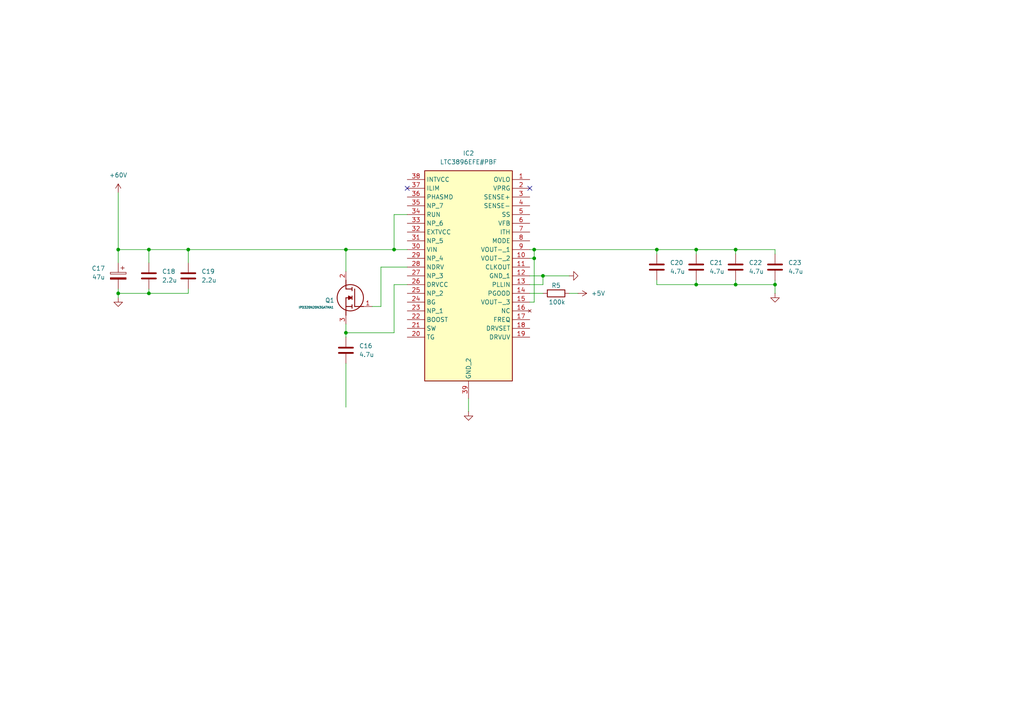
<source format=kicad_sch>
(kicad_sch (version 20231120) (generator "eeschema") (generator_version "8.0")
  (paper "A4")
  (lib_symbols
    (symbol "Device:C" (pin_numbers hide) (pin_names (offset 0.254))
      (property "Reference" "C" (at 0.635 2.54 0))
      (property "Value" "C" (at 0.635 -2.54 0))
      (symbol "C_0_1"
        (polyline (pts (xy -2.032 -0.762) (xy 2.032 -0.762)) (stroke (width 0.508)))
        (polyline (pts (xy -2.032 0.762) (xy 2.032 0.762)) (stroke (width 0.508)))
      )
      (symbol "C_1_1"
        (pin passive line (at 0 3.81 270) (length 2.794) (name "~") (number "1"))
        (pin passive line (at 0 -3.81 90) (length 2.794) (name "~") (number "2"))
      )
    )
    (symbol "Device:C_Polarized" (pin_numbers hide) (pin_names (offset 0.254))
      (property "Reference" "C" (at 0.635 2.54 0))
      (property "Value" "C_Polarized" (at 0.635 -2.54 0))
      (symbol "C_Polarized_0_1"
        (rectangle (start -2.286 0.508) (end 2.286 1.016))
        (polyline (pts (xy -1.778 2.286) (xy -0.762 2.286)))
        (polyline (pts (xy -1.27 2.794) (xy -1.27 1.778)))
        (rectangle (start 2.286 -0.508) (end -2.286 -1.016) (fill (type outline)))
      )
      (symbol "C_Polarized_1_1"
        (pin passive line (at 0 3.81 270) (length 2.794) (name "~") (number "1"))
        (pin passive line (at 0 -3.81 90) (length 2.794) (name "~") (number "2"))
      )
    )
    (symbol "Device:R" (pin_numbers hide) (pin_names (offset 0))
      (property "Reference" "R" (at 2.032 0 90))
      (property "Value" "R" (at 0 0 90))
      (symbol "R_0_1"
        (rectangle (start -1.016 -2.54) (end 1.016 2.54) (stroke (width 0.254)))
      )
      (symbol "R_1_1"
        (pin passive line (at 0 3.81 270) (length 1.27) (name "~") (number "1"))
        (pin passive line (at 0 -3.81 90) (length 1.27) (name "~") (number "2"))
      )
    )
    (symbol "IPD320N20N3GATMA1:IPD320N20N3GATMA1" (pin_names hide)
      (property "Reference" "Q" (at 11.43 3.81 0))
      (property "Value" "IPD320N20N3GATMA1" (at 11.43 1.27 0))
      (symbol "IPD320N20N3GATMA1_1_1"
        (polyline (pts (xy 2.54 0) (xy 5.08 0)) (stroke (width 0.254)))
        (polyline (pts (xy 5.08 5.08) (xy 5.08 0)) (stroke (width 0.254)))
        (polyline (pts (xy 5.842 -0.508) (xy 5.842 0.508)) (stroke (width 0.254)))
        (polyline (pts (xy 5.842 0) (xy 7.62 0)) (stroke (width 0.254)))
        (polyline (pts (xy 5.842 2.032) (xy 5.842 3.048)) (stroke (width 0.254)))
        (polyline (pts (xy 5.842 5.588) (xy 5.842 4.572)) (stroke (width 0.254)))
        (polyline (pts (xy 7.62 2.54) (xy 5.842 2.54)) (stroke (width 0.254)))
        (polyline (pts (xy 7.62 2.54) (xy 7.62 -2.54)) (stroke (width 0.254)))
        (polyline (pts (xy 7.62 5.08) (xy 5.842 5.08)) (stroke (width 0.254)))
        (polyline (pts (xy 7.62 5.08) (xy 7.62 7.62)) (stroke (width 0.254)))
        (polyline (pts (xy 5.842 2.54) (xy 6.858 3.048) (xy 6.858 2.032) (xy 5.842 2.54)) (stroke (width 0.254)) (fill (type outline)))
        (circle (center 6.35 2.54) (radius 3.81) (stroke (width 0.254)))
        (pin passive line (at 0 0 0) (length 2.54) (name "G") (number "1"))
        (pin passive line (at 7.62 10.16 270) (length 2.54) (name "D") (number "2"))
        (pin passive line (at 7.62 -5.08 90) (length 2.54) (name "S") (number "3"))
      )
    )
    (symbol "LTC3896EFE#PBF:LTC3896EFE#PBF"
      (property "Reference" "IC" (at 31.75 7.62 0))
      (property "Value" "LTC3896EFE#PBF" (at 31.75 5.08 0))
      (symbol "LTC3896EFE#PBF_1_1"
        (rectangle (start 5.08 2.54) (end 30.48 -58.42) (stroke (width 0.254)) (fill (type background)))
        (pin passive line (at 0 0 0) (length 5.08) (name "OVLO") (number "1"))
        (pin passive line (at 0 -22.86 0) (length 5.08) (name "VOUT-_2") (number "10"))
        (pin passive line (at 0 -25.4 0) (length 5.08) (name "CLKOUT") (number "11"))
        (pin passive line (at 0 -27.94 0) (length 5.08) (name "GND_1") (number "12"))
        (pin passive line (at 0 -30.48 0) (length 5.08) (name "PLLIN") (number "13"))
        (pin passive line (at 0 -33.02 0) (length 5.08) (name "PGOOD") (number "14"))
        (pin passive line (at 0 -35.56 0) (length 5.08) (name "VOUT-_3") (number "15"))
        (pin no_connect line (at 0 -38.1 0) (length 5.08) (name "NC") (number "16"))
        (pin passive line (at 0 -40.64 0) (length 5.08) (name "FREQ") (number "17"))
        (pin passive line (at 0 -43.18 0) (length 5.08) (name "DRVSET") (number "18"))
        (pin passive line (at 0 -45.72 0) (length 5.08) (name "DRVUV") (number "19"))
        (pin passive line (at 0 -2.54 0) (length 5.08) (name "VPRG") (number "2"))
        (pin passive line (at 35.56 -45.72 180) (length 5.08) (name "TG") (number "20"))
        (pin passive line (at 35.56 -43.18 180) (length 5.08) (name "SW") (number "21"))
        (pin passive line (at 35.56 -40.64 180) (length 5.08) (name "BOOST") (number "22"))
        (pin passive line (at 35.56 -38.1 180) (length 5.08) (name "NP_1") (number "23"))
        (pin passive line (at 35.56 -35.56 180) (length 5.08) (name "BG") (number "24"))
        (pin passive line (at 35.56 -33.02 180) (length 5.08) (name "NP_2") (number "25"))
        (pin passive line (at 35.56 -30.48 180) (length 5.08) (name "DRVCC") (number "26"))
        (pin passive line (at 35.56 -27.94 180) (length 5.08) (name "NP_3") (number "27"))
        (pin passive line (at 35.56 -25.4 180) (length 5.08) (name "NDRV") (number "28"))
        (pin passive line (at 35.56 -22.86 180) (length 5.08) (name "NP_4") (number "29"))
        (pin passive line (at 0 -5.08 0) (length 5.08) (name "SENSE+") (number "3"))
        (pin passive line (at 35.56 -20.32 180) (length 5.08) (name "VIN") (number "30"))
        (pin passive line (at 35.56 -17.78 180) (length 5.08) (name "NP_5") (number "31"))
        (pin passive line (at 35.56 -15.24 180) (length 5.08) (name "EXTVCC") (number "32"))
        (pin passive line (at 35.56 -12.7 180) (length 5.08) (name "NP_6") (number "33"))
        (pin passive line (at 35.56 -10.16 180) (length 5.08) (name "RUN") (number "34"))
        (pin passive line (at 35.56 -7.62 180) (length 5.08) (name "NP_7") (number "35"))
        (pin passive line (at 35.56 -5.08 180) (length 5.08) (name "PHASMD") (number "36"))
        (pin passive line (at 35.56 -2.54 180) (length 5.08) (name "ILIM") (number "37"))
        (pin passive line (at 35.56 0 180) (length 5.08) (name "INTVCC") (number "38"))
        (pin passive line (at 17.78 -63.5 90) (length 5.08) (name "GND_2") (number "39"))
        (pin passive line (at 0 -7.62 0) (length 5.08) (name "SENSE-") (number "4"))
        (pin passive line (at 0 -10.16 0) (length 5.08) (name "SS") (number "5"))
        (pin passive line (at 0 -12.7 0) (length 5.08) (name "VFB") (number "6"))
        (pin passive line (at 0 -15.24 0) (length 5.08) (name "ITH") (number "7"))
        (pin passive line (at 0 -17.78 0) (length 5.08) (name "MODE") (number "8"))
        (pin passive line (at 0 -20.32 0) (length 5.08) (name "VOUT-_1") (number "9"))
      )
    )
    (symbol "power:+48V" (power) (pin_numbers hide) (pin_names (offset 0) hide)
      (property "Value" "+48V" (at 0 3.556 0))
      (symbol "+48V_0_1"
        (polyline (pts (xy -0.762 1.27) (xy 0 2.54)))
        (polyline (pts (xy 0 0) (xy 0 2.54)))
        (polyline (pts (xy 0 2.54) (xy 0.762 1.27)))
      )
      (symbol "+48V_1_1"
        (pin power_in line (at 0 0 90) (length 0) (name "~") (number "1"))
      )
    )
    (symbol "power:+5V" (power) (pin_numbers hide) (pin_names (offset 0) hide)
      (property "Value" "+5V" (at 0 3.556 0))
      (symbol "+5V_0_1"
        (polyline (pts (xy -0.762 1.27) (xy 0 2.54)))
        (polyline (pts (xy 0 0) (xy 0 2.54)))
        (polyline (pts (xy 0 2.54) (xy 0.762 1.27)))
      )
      (symbol "+5V_1_1"
        (pin power_in line (at 0 0 90) (length 0) (name "~") (number "1"))
      )
    )
    (symbol "power:GND" (power) (pin_numbers hide) (pin_names (offset 0) hide)
      (property "Value" "GND" (at 0 -3.81 0))
      (symbol "GND_0_1"
        (polyline (pts (xy 0 0) (xy 0 -1.27) (xy 1.27 -1.27) (xy 0 -2.54) (xy -1.27 -1.27) (xy 0 -1.27)))
      )
      (symbol "GND_1_1"
        (pin power_in line (at 0 0 270) (length 0) (name "~") (number "1"))
      )
    )
  )
  (junction (at 100.33 96.52))
  (junction (at 201.93 82.55))
  (junction (at 201.93 72.39))
  (junction (at 43.18 72.39))
  (junction (at 213.36 82.55))
  (junction (at 190.5 72.39))
  (junction (at 43.18 85.09))
  (junction (at 34.29 85.09))
  (junction (at 114.3 72.39))
  (junction (at 224.79 82.55))
  (junction (at 54.61 72.39))
  (junction (at 34.29 72.39))
  (junction (at 157.48 80.01))
  (junction (at 100.33 72.39))
  (junction (at 154.94 72.39))
  (junction (at 154.94 74.93))
  (junction (at 213.36 72.39))
  (no_connect (at 153.67 54.61))
  (no_connect (at 118.11 54.61))
  (wire (pts (xy 201.93 72.39) (xy 213.36 72.39)))
  (wire (pts (xy 157.48 80.01) (xy 165.1 80.01)))
  (wire (pts (xy 34.29 55.88) (xy 34.29 72.39)))
  (wire (pts (xy 201.93 82.55) (xy 213.36 82.55)))
  (wire (pts (xy 54.61 72.39) (xy 100.33 72.39)))
  (wire (pts (xy 213.36 81.28) (xy 213.36 82.55)))
  (wire (pts (xy 213.36 72.39) (xy 213.36 73.66)))
  (wire (pts (xy 118.11 77.47) (xy 110.49 77.47)))
  (wire (pts (xy 201.93 81.28) (xy 201.93 82.55)))
  (wire (pts (xy 54.61 72.39) (xy 54.61 76.2)))
  (wire (pts (xy 43.18 83.82) (xy 43.18 85.09)))
  (wire (pts (xy 135.89 115.57) (xy 135.89 119.38)))
  (wire (pts (xy 107.95 88.9) (xy 110.49 88.9)))
  (wire (pts (xy 213.36 82.55) (xy 224.79 82.55)))
  (wire (pts (xy 153.67 82.55) (xy 157.48 82.55)))
  (wire (pts (xy 100.33 96.52) (xy 100.33 97.79)))
  (wire (pts (xy 118.11 72.39) (xy 114.3 72.39)))
  (wire (pts (xy 154.94 87.63) (xy 154.94 74.93)))
  (wire (pts (xy 153.67 87.63) (xy 154.94 87.63)))
  (wire (pts (xy 153.67 80.01) (xy 157.48 80.01)))
  (wire (pts (xy 43.18 72.39) (xy 54.61 72.39)))
  (wire (pts (xy 190.5 81.28) (xy 190.5 82.55)))
  (wire (pts (xy 224.79 81.28) (xy 224.79 82.55)))
  (wire (pts (xy 190.5 82.55) (xy 201.93 82.55)))
  (wire (pts (xy 154.94 74.93) (xy 154.94 72.39)))
  (wire (pts (xy 114.3 72.39) (xy 114.3 62.23)))
  (wire (pts (xy 153.67 74.93) (xy 154.94 74.93)))
  (wire (pts (xy 224.79 72.39) (xy 224.79 73.66)))
  (wire (pts (xy 165.1 85.09) (xy 167.64 85.09)))
  (wire (pts (xy 114.3 82.55) (xy 118.11 82.55)))
  (wire (pts (xy 190.5 72.39) (xy 201.93 72.39)))
  (wire (pts (xy 157.48 82.55) (xy 157.48 80.01)))
  (wire (pts (xy 43.18 85.09) (xy 34.29 85.09)))
  (wire (pts (xy 43.18 72.39) (xy 43.18 76.2)))
  (wire (pts (xy 224.79 82.55) (xy 224.79 85.09)))
  (wire (pts (xy 100.33 105.41) (xy 100.33 118.11)))
  (wire (pts (xy 201.93 72.39) (xy 201.93 73.66)))
  (wire (pts (xy 114.3 62.23) (xy 118.11 62.23)))
  (wire (pts (xy 100.33 72.39) (xy 114.3 72.39)))
  (wire (pts (xy 153.67 85.09) (xy 157.48 85.09)))
  (wire (pts (xy 114.3 96.52) (xy 114.3 82.55)))
  (wire (pts (xy 110.49 88.9) (xy 110.49 77.47)))
  (wire (pts (xy 100.33 72.39) (xy 100.33 78.74)))
  (wire (pts (xy 34.29 83.82) (xy 34.29 85.09)))
  (wire (pts (xy 34.29 72.39) (xy 43.18 72.39)))
  (wire (pts (xy 213.36 72.39) (xy 224.79 72.39)))
  (wire (pts (xy 100.33 96.52) (xy 114.3 96.52)))
  (wire (pts (xy 54.61 83.82) (xy 54.61 85.09)))
  (wire (pts (xy 153.67 72.39) (xy 154.94 72.39)))
  (wire (pts (xy 100.33 93.98) (xy 100.33 96.52)))
  (wire (pts (xy 34.29 72.39) (xy 34.29 76.2)))
  (wire (pts (xy 34.29 85.09) (xy 34.29 86.36)))
  (wire (pts (xy 190.5 72.39) (xy 190.5 73.66)))
  (wire (pts (xy 154.94 72.39) (xy 190.5 72.39)))
  (wire (pts (xy 54.61 85.09) (xy 43.18 85.09)))
  (symbol (lib_id "LTC3896EFE#PBF:LTC3896EFE#PBF") (at 153.67 52.07 0) (mirror y) (unit 1)
    (property "Reference" "IC2" (at 135.89 44.45 0))
    (property "Value" "LTC3896EFE#PBF" (at 135.89 46.99 0))
    (property "Footprint" "SOP50P640X120-39N" (effects (hide yes)))
    (property "Datasheet" "https://www.analog.com/media/en/technical-documentation/data-sheets/3896f.pdf" (effects (hide yes)))
    (property "Description" "LINEAR TECHNOLOGY - LTC3896EFE#PBF - DC/DC CTRL, INVERTING, 900KHZ, TSSOP-38" (effects (hide yes)))
    (property "Height" "1.2" (effects (hide yes)))
    (property "Manufacturer_Name" "Analog Devices" (effects (hide yes)))
    (property "Manufacturer_Part_Number" "LTC3896EFE#PBF" (effects (hide yes)))
    (property "Mouser Part Number" "584-LTC3896EFE#PBF" (effects (hide yes)))
    (property "Mouser Price/Stock" "https://www.mouser.co.uk/ProductDetail/Analog-Devices/LTC3896EFEPBF?qs=oahfZPh6IAIYB3Kp6X%252BPyQ%3D%3D" (effects (hide yes)))
    (property "Arrow Part Number" "LTC3896EFE#PBF" (effects (hide yes)))
    (property "Arrow Price/Stock" "https://www.arrow.com/en/products/ltc3896efepbf/analog-devices?region=nac" (effects (hide yes)))
  )
  (symbol (lib_id "power:+48V") (at 34.29 55.88 0) (unit 1)
    (property "Reference" "#PWR026" (effects (hide yes)))
    (property "Value" "+60V" (at 34.29 50.8 0))
    (property "Description" "Power symbol creates a global label with name \"+48V\"" (effects (hide yes)))
  )
  (symbol (lib_id "Device:C") (at 100.33 101.6 0) (unit 1)
    (property "Reference" "C16" (at 104.14 100.3299 0) (effects (justify left)))
    (property "Value" "4.7u" (at 104.14 102.8699 0) (effects (justify left)))
    (property "Description" "Unpolarized capacitor" (effects (hide yes)))
  )
  (symbol (lib_id "Device:R") (at 161.29 85.09 90) (unit 1)
    (property "Reference" "R5" (at 161.29 82.804 90))
    (property "Value" "100k" (at 161.544 87.63 90))
    (property "Description" "Resistor" (effects (hide yes)))
  )
  (symbol (lib_id "Device:C") (at 190.5 77.47 0) (unit 1)
    (property "Reference" "C20" (at 194.31 76.1999 0) (effects (justify left)))
    (property "Value" "4.7u" (at 194.31 78.7399 0) (effects (justify left)))
    (property "Description" "Unpolarized capacitor" (effects (hide yes)))
  )
  (symbol (lib_id "Device:C") (at 224.79 77.47 0) (unit 1)
    (property "Reference" "C23" (at 228.6 76.1999 0) (effects (justify left)))
    (property "Value" "4.7u" (at 228.6 78.7399 0) (effects (justify left)))
    (property "Description" "Unpolarized capacitor" (effects (hide yes)))
  )
  (symbol (lib_id "Device:C") (at 43.18 80.01 0) (unit 1)
    (property "Reference" "C18" (at 46.99 78.7399 0) (effects (justify left)))
    (property "Value" "2.2u" (at 46.99 81.2799 0) (effects (justify left)))
    (property "Description" "Unpolarized capacitor" (effects (hide yes)))
  )
  (symbol (lib_id "power:GND") (at 224.79 85.09 0) (unit 1)
    (property "Reference" "#PWR031" (effects (hide yes)))
    (property "Value" "GND" (effects (hide yes)))
    (property "Description" "Power symbol creates a global label with name \"GND\" , ground" (effects (hide yes)))
  )
  (symbol (lib_id "power:GND") (at 135.89 119.38 0) (unit 1)
    (property "Reference" "#PWR029" (effects (hide yes)))
    (property "Value" "GND" (effects (hide yes)))
    (property "Description" "Power symbol creates a global label with name \"GND\" , ground" (effects (hide yes)))
  )
  (symbol (lib_id "IPD320N20N3GATMA1:IPD320N20N3GATMA1") (at 107.95 88.9 0) (mirror y) (unit 1)
    (property "Reference" "Q1" (at 97.028 87.122 0) (effects (justify left)))
    (property "Value" "IPD320N20N3GATMA1" (at 96.774 89.154 0) (effects (font (size 0.635 0.635)) (justify left)))
    (property "Footprint" "BTS3035TFATMA1" (effects (hide yes)))
    (property "Datasheet" "https://componentsearchengine.com/Datasheets/1/IPD320N20N3GATMA1.pdf" (effects (hide yes)))
    (property "Description" "MOSFET N-Ch 200V 34A OptiMOS3 DPAK" (effects (hide yes)))
    (property "Height" "2" (effects (hide yes)))
    (property "Manufacturer_Name" "Infineon" (effects (hide yes)))
    (property "Manufacturer_Part_Number" "IPD320N20N3GATMA1" (effects (hide yes)))
    (property "Mouser Part Number" "726-IPD320N20N3GATMA" (effects (hide yes)))
    (property "Mouser Price/Stock" "https://www.mouser.co.uk/ProductDetail/Infineon-Technologies/IPD320N20N3GATMA1?qs=0DP5yvOrqYkdJUcKo7z85Q%3D%3D" (effects (hide yes)))
    (property "Arrow Part Number" "IPD320N20N3GATMA1" (effects (hide yes)))
    (property "Arrow Price/Stock" "https://www.arrow.com/en/products/ipd320n20n3gatma1/infineon-technologies-ag" (effects (hide yes)))
  )
  (symbol (lib_id "Device:C") (at 201.93 77.47 0) (unit 1)
    (property "Reference" "C21" (at 205.74 76.1999 0) (effects (justify left)))
    (property "Value" "4.7u" (at 205.74 78.7399 0) (effects (justify left)))
    (property "Description" "Unpolarized capacitor" (effects (hide yes)))
  )
  (symbol (lib_id "power:GND") (at 165.1 80.01 90) (unit 1)
    (property "Reference" "#PWR027" (effects (hide yes)))
    (property "Value" "GND" (effects (hide yes)))
    (property "Description" "Power symbol creates a global label with name \"GND\" , ground" (effects (hide yes)))
  )
  (symbol (lib_id "Device:C") (at 213.36 77.47 0) (unit 1)
    (property "Reference" "C22" (at 217.17 76.1999 0) (effects (justify left)))
    (property "Value" "4.7u" (at 217.17 78.7399 0) (effects (justify left)))
    (property "Description" "Unpolarized capacitor" (effects (hide yes)))
  )
  (symbol (lib_id "Device:C") (at 54.61 80.01 0) (unit 1)
    (property "Reference" "C19" (at 58.42 78.7399 0) (effects (justify left)))
    (property "Value" "2.2u" (at 58.42 81.2799 0) (effects (justify left)))
    (property "Description" "Unpolarized capacitor" (effects (hide yes)))
  )
  (symbol (lib_id "power:+5V") (at 167.64 85.09 270) (unit 1)
    (property "Reference" "#PWR028" (effects (hide yes)))
    (property "Value" "+5V" (at 171.45 85.0899 90) (effects (justify left)))
    (property "Description" "Power symbol creates a global label with name \"+5V\"" (effects (hide yes)))
  )
  (symbol (lib_id "power:GND") (at 34.29 86.36 0) (unit 1)
    (property "Reference" "#PWR030" (effects (hide yes)))
    (property "Value" "GND" (effects (hide yes)))
    (property "Description" "Power symbol creates a global label with name \"GND\" , ground" (effects (hide yes)))
  )
  (symbol (lib_id "Device:C_Polarized") (at 34.29 80.01 0) (mirror y) (unit 1)
    (property "Reference" "C17" (at 30.48 77.8509 0) (effects (justify left)))
    (property "Value" "47u" (at 30.48 80.3909 0) (effects (justify left)))
    (property "Description" "Polarized capacitor" (effects (hide yes)))
  )
)
</source>
